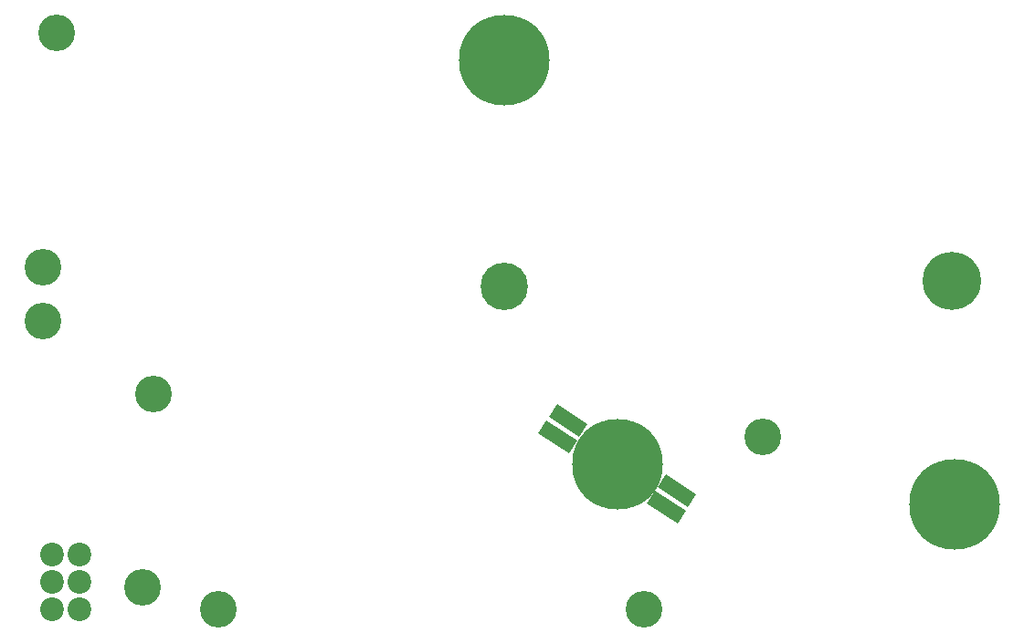
<source format=gbr>
G04 #@! TF.GenerationSoftware,KiCad,Pcbnew,(2017-01-15 revision 8ac4790)-makepkg*
G04 #@! TF.CreationDate,2017-09-14T17:44:39+02:00*
G04 #@! TF.ProjectId,Fallblatt-Controller,46616C6C626C6174742D436F6E74726F,1.0*
G04 #@! TF.FileFunction,Soldermask,Bot*
G04 #@! TF.FilePolarity,Negative*
%FSLAX46Y46*%
G04 Gerber Fmt 4.6, Leading zero omitted, Abs format (unit mm)*
G04 Created by KiCad (PCBNEW (2017-01-15 revision 8ac4790)-makepkg) date 09/14/17 17:44:39*
%MOMM*%
%LPD*%
G01*
G04 APERTURE LIST*
%ADD10C,0.100000*%
%ADD11C,8.400000*%
%ADD12C,5.400000*%
%ADD13C,4.400000*%
%ADD14C,3.400000*%
%ADD15C,1.400000*%
%ADD16C,2.200000*%
G04 APERTURE END LIST*
D10*
D11*
X128500000Y-103000000D03*
X118000000Y-65500000D03*
X159750000Y-106750000D03*
D12*
X159500000Y-86000000D03*
D13*
X118000000Y-86500000D03*
D14*
X142000000Y-100500000D03*
X131000000Y-116500000D03*
X91500000Y-116500000D03*
X84500000Y-114500000D03*
X85500000Y-96500000D03*
X76500000Y-63000000D03*
D15*
X122977801Y-100486969D03*
D10*
G36*
X124022294Y-101999925D02*
X121170814Y-100148152D01*
X121933308Y-98974013D01*
X124784788Y-100825786D01*
X124022294Y-101999925D01*
X124022294Y-101999925D01*
G37*
D15*
X123958152Y-98977362D03*
D10*
G36*
X125002645Y-100490318D02*
X122151165Y-98638545D01*
X122913659Y-97464406D01*
X125765139Y-99316179D01*
X125002645Y-100490318D01*
X125002645Y-100490318D01*
G37*
D15*
X134022199Y-105513031D03*
D10*
G36*
X135066692Y-107025987D02*
X132215212Y-105174214D01*
X132977706Y-104000075D01*
X135829186Y-105851848D01*
X135066692Y-107025987D01*
X135066692Y-107025987D01*
G37*
D15*
X133041848Y-107022638D03*
D10*
G36*
X134086341Y-108535594D02*
X131234861Y-106683821D01*
X131997355Y-105509682D01*
X134848835Y-107361455D01*
X134086341Y-108535594D01*
X134086341Y-108535594D01*
G37*
D16*
X76100000Y-116500000D03*
X76100000Y-113960000D03*
X76100000Y-111420000D03*
X78640000Y-116500000D03*
X78640000Y-113960000D03*
X78640000Y-111420000D03*
D14*
X75250000Y-84750000D03*
X75250000Y-89750000D03*
M02*

</source>
